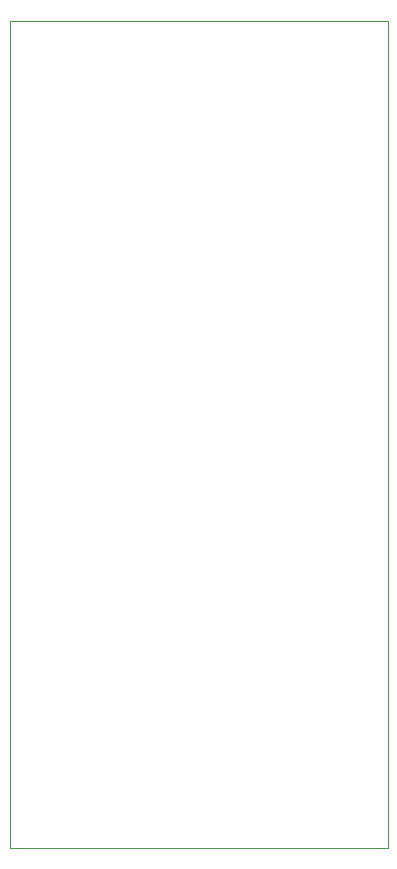
<source format=gbr>
%TF.GenerationSoftware,KiCad,Pcbnew,8.0.4*%
%TF.CreationDate,2024-08-15T17:47:52+02:00*%
%TF.ProjectId,Fingerprint_doorbell,46696e67-6572-4707-9269-6e745f646f6f,rev?*%
%TF.SameCoordinates,Original*%
%TF.FileFunction,Profile,NP*%
%FSLAX46Y46*%
G04 Gerber Fmt 4.6, Leading zero omitted, Abs format (unit mm)*
G04 Created by KiCad (PCBNEW 8.0.4) date 2024-08-15 17:47:52*
%MOMM*%
%LPD*%
G01*
G04 APERTURE LIST*
%TA.AperFunction,Profile*%
%ADD10C,0.050000*%
%TD*%
G04 APERTURE END LIST*
D10*
X61000000Y-25500000D02*
X93000000Y-25500000D01*
X93000000Y-95500000D01*
X61000000Y-95500000D01*
X61000000Y-25500000D01*
M02*

</source>
